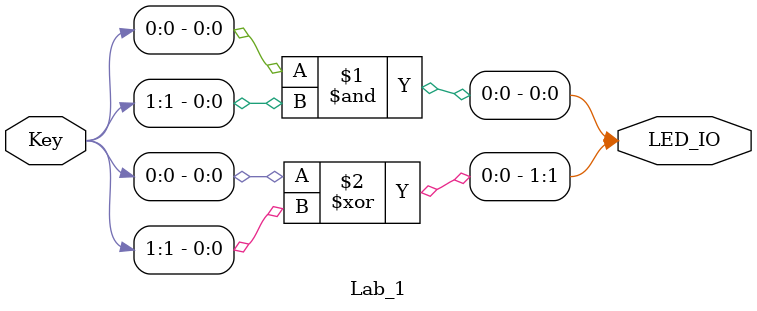
<source format=v>
`timescale 1ns / 1ps


module Lab_1(       //Module name, signal type
    input [1:0]Key,
    output [1:0]LED_IO
    );
    //signal connection
    assign LED_IO[0] = Key[0] & Key[1];
    assign LED_IO[1] = Key[0] ^ Key[1];
endmodule

</source>
